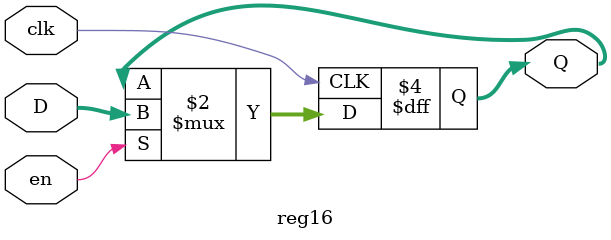
<source format=v>

module reg16(D,Q,clk,en);
    input [15:0]D;
    input clk;
    input en;
    output reg[15:0]Q;
    always @(posedge clk) 
        if(en)
            Q <= D; 
endmodule
</source>
